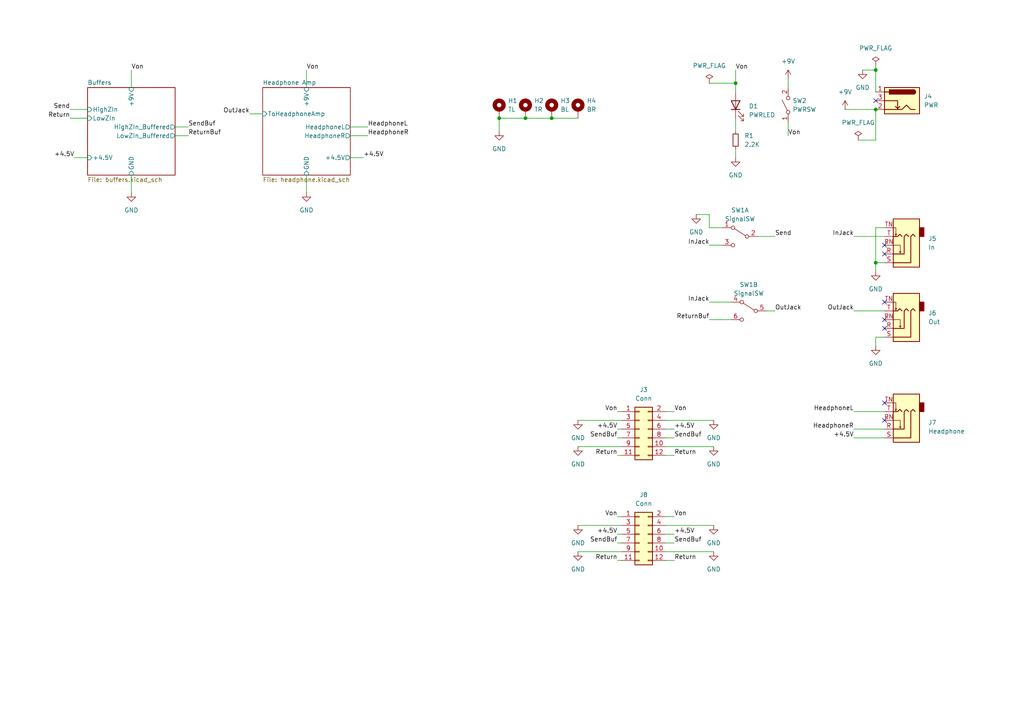
<source format=kicad_sch>
(kicad_sch (version 20211123) (generator eeschema)
  (paper "A4")
  (lib_symbols
    (symbol "Connector:AudioJack3_SwitchTR"
      (property "Reference" "J" (at 0 8.89 0))
      (property "Value" "AudioJack3_SwitchTR" (at 0 6.35 0))
      (symbol "AudioJack3_SwitchTR_0_1"
        (rectangle (start -5.08 -5.08) (end -6.35 -7.62) (stroke (width 0.254)) (fill (type outline)))
        (polyline (pts (xy 0.508 -0.254) (xy 0.762 -0.762)))
        (polyline (pts (xy 1.778 -5.334) (xy 2.032 -5.842)))
        (polyline (pts (xy 0 -5.08) (xy 0.635 -5.715) (xy 1.27 -5.08) (xy 2.54 -5.08)) (stroke (width 0.254)))
        (polyline (pts (xy 2.54 -7.62) (xy 1.778 -7.62) (xy 1.778 -5.334) (xy 1.524 -5.842)))
        (polyline (pts (xy 2.54 -2.54) (xy 0.508 -2.54) (xy 0.508 -0.254) (xy 0.254 -0.762)))
        (polyline (pts (xy -1.905 -5.08) (xy -1.27 -5.715) (xy -0.635 -5.08) (xy -0.635 0) (xy 2.54 0)) (stroke (width 0.254)))
        (polyline (pts (xy 2.54 2.54) (xy -2.54 2.54) (xy -2.54 -5.08) (xy -3.175 -5.715) (xy -3.81 -5.08)) (stroke (width 0.254)))
        (rectangle (start 2.54 3.81) (end -5.08 -10.16) (stroke (width 0.254)) (fill (type background)))
      )
      (symbol "AudioJack3_SwitchTR_1_1"
        (pin passive line (at 5.08 0 180) (length 2.54) (name "~") (number "R"))
        (pin passive line (at 5.08 -2.54 180) (length 2.54) (name "~") (number "RN"))
        (pin passive line (at 5.08 2.54 180) (length 2.54) (name "~") (number "S"))
        (pin passive line (at 5.08 -5.08 180) (length 2.54) (name "~") (number "T"))
        (pin passive line (at 5.08 -7.62 180) (length 2.54) (name "~") (number "TN"))
      )
    )
    (symbol "Connector:Barrel_Jack_Switch" (pin_names hide)
      (property "Reference" "J" (at 0 5.334 0))
      (property "Value" "Barrel_Jack_Switch" (at 0 -5.08 0))
      (symbol "Barrel_Jack_Switch_0_1"
        (rectangle (start -5.08 3.81) (end 5.08 -3.81) (stroke (width 0.254)) (fill (type background)))
        (arc (start -3.302 3.175) (mid -3.937 2.54) (end -3.302 1.905) (stroke (width 0.254)))
        (arc (start -3.302 3.175) (mid -3.937 2.54) (end -3.302 1.905) (stroke (width 0.254)) (fill (type outline)))
        (polyline (pts (xy 1.27 -2.286) (xy 1.905 -1.651)) (stroke (width 0.254)))
        (polyline (pts (xy 5.08 2.54) (xy 3.81 2.54)) (stroke (width 0.254)))
        (polyline (pts (xy 5.08 0) (xy 1.27 0) (xy 1.27 -2.286) (xy 0.635 -1.651)) (stroke (width 0.254)))
        (polyline (pts (xy -3.81 -2.54) (xy -2.54 -2.54) (xy -1.27 -1.27) (xy 0 -2.54) (xy 2.54 -2.54) (xy 5.08 -2.54)) (stroke (width 0.254)))
        (rectangle (start 3.683 3.175) (end -3.302 1.905) (stroke (width 0.254)) (fill (type outline)))
      )
      (symbol "Barrel_Jack_Switch_1_1"
        (pin passive line (at 7.62 2.54 180) (length 2.54) (name "~") (number "1"))
        (pin passive line (at 7.62 -2.54 180) (length 2.54) (name "~") (number "2"))
        (pin passive line (at 7.62 0 180) (length 2.54) (name "~") (number "3"))
      )
    )
    (symbol "Connector_Generic:Conn_02x06_Odd_Even" (pin_names (offset 1.016) hide)
      (property "Reference" "J" (at 1.27 7.62 0))
      (property "Value" "Conn_02x06_Odd_Even" (at 1.27 -10.16 0))
      (symbol "Conn_02x06_Odd_Even_1_1"
        (rectangle (start -1.27 -7.493) (end 0 -7.747) (stroke (width 0.1524)))
        (rectangle (start -1.27 -4.953) (end 0 -5.207) (stroke (width 0.1524)))
        (rectangle (start -1.27 -2.413) (end 0 -2.667) (stroke (width 0.1524)))
        (rectangle (start -1.27 0.127) (end 0 -0.127) (stroke (width 0.1524)))
        (rectangle (start -1.27 2.667) (end 0 2.413) (stroke (width 0.1524)))
        (rectangle (start -1.27 5.207) (end 0 4.953) (stroke (width 0.1524)))
        (rectangle (start -1.27 6.35) (end 3.81 -8.89) (stroke (width 0.254)) (fill (type background)))
        (rectangle (start 3.81 -7.493) (end 2.54 -7.747) (stroke (width 0.1524)))
        (rectangle (start 3.81 -4.953) (end 2.54 -5.207) (stroke (width 0.1524)))
        (rectangle (start 3.81 -2.413) (end 2.54 -2.667) (stroke (width 0.1524)))
        (rectangle (start 3.81 0.127) (end 2.54 -0.127) (stroke (width 0.1524)))
        (rectangle (start 3.81 2.667) (end 2.54 2.413) (stroke (width 0.1524)))
        (rectangle (start 3.81 5.207) (end 2.54 4.953) (stroke (width 0.1524)))
        (pin passive line (at -5.08 5.08 0) (length 3.81) (name "Pin_1") (number "1"))
        (pin passive line (at 7.62 -5.08 180) (length 3.81) (name "Pin_10") (number "10"))
        (pin passive line (at -5.08 -7.62 0) (length 3.81) (name "Pin_11") (number "11"))
        (pin passive line (at 7.62 -7.62 180) (length 3.81) (name "Pin_12") (number "12"))
        (pin passive line (at 7.62 5.08 180) (length 3.81) (name "Pin_2") (number "2"))
        (pin passive line (at -5.08 2.54 0) (length 3.81) (name "Pin_3") (number "3"))
        (pin passive line (at 7.62 2.54 180) (length 3.81) (name "Pin_4") (number "4"))
        (pin passive line (at -5.08 0 0) (length 3.81) (name "Pin_5") (number "5"))
        (pin passive line (at 7.62 0 180) (length 3.81) (name "Pin_6") (number "6"))
        (pin passive line (at -5.08 -2.54 0) (length 3.81) (name "Pin_7") (number "7"))
        (pin passive line (at 7.62 -2.54 180) (length 3.81) (name "Pin_8") (number "8"))
        (pin passive line (at -5.08 -5.08 0) (length 3.81) (name "Pin_9") (number "9"))
      )
    )
    (symbol "Device:LED" (pin_numbers hide) (pin_names (offset 1.016) hide)
      (property "Reference" "D" (at 0 2.54 0))
      (property "Value" "LED" (at 0 -2.54 0))
      (symbol "LED_0_1"
        (polyline (pts (xy -1.27 -1.27) (xy -1.27 1.27)) (stroke (width 0.254)))
        (polyline (pts (xy -1.27 0) (xy 1.27 0)))
        (polyline (pts (xy 1.27 -1.27) (xy 1.27 1.27) (xy -1.27 0) (xy 1.27 -1.27)) (stroke (width 0.254)))
        (polyline (pts (xy -3.048 -0.762) (xy -4.572 -2.286) (xy -3.81 -2.286) (xy -4.572 -2.286) (xy -4.572 -1.524)))
        (polyline (pts (xy -1.778 -0.762) (xy -3.302 -2.286) (xy -2.54 -2.286) (xy -3.302 -2.286) (xy -3.302 -1.524)))
      )
      (symbol "LED_1_1"
        (pin passive line (at -3.81 0 0) (length 2.54) (name "K") (number "1"))
        (pin passive line (at 3.81 0 180) (length 2.54) (name "A") (number "2"))
      )
    )
    (symbol "Device:R_Small" (pin_numbers hide) (pin_names (offset 0.254) hide)
      (property "Reference" "R" (at 0.762 0.508 0))
      (property "Value" "R_Small" (at 0.762 -1.016 0))
      (symbol "R_Small_0_1"
        (rectangle (start -0.762 1.778) (end 0.762 -1.778) (stroke (width 0.2032)))
      )
      (symbol "R_Small_1_1"
        (pin passive line (at 0 2.54 270) (length 0.762) (name "~") (number "1"))
        (pin passive line (at 0 -2.54 90) (length 0.762) (name "~") (number "2"))
      )
    )
    (symbol "Mechanical:MountingHole_Pad" (pin_numbers hide) (pin_names (offset 1.016) hide)
      (property "Reference" "H" (at 0 6.35 0))
      (property "Value" "MountingHole_Pad" (at 0 4.445 0))
      (symbol "MountingHole_Pad_0_1"
        (circle (center 0 1.27) (radius 1.27) (stroke (width 1.27)))
      )
      (symbol "MountingHole_Pad_1_1"
        (pin input line (at 0 -2.54 90) (length 2.54) (name "1") (number "1"))
      )
    )
    (symbol "Switch:SW_DPDT_x2" (pin_names (offset 0) hide)
      (property "Reference" "SW" (at 0 4.318 0))
      (property "Value" "SW_DPDT_x2" (at 0 -5.08 0))
      (symbol "SW_DPDT_x2_0_0"
        (circle (center -2.032 0) (radius 0.508))
        (circle (center 2.032 -2.54) (radius 0.508))
      )
      (symbol "SW_DPDT_x2_0_1"
        (polyline (pts (xy -1.524 0.254) (xy 1.651 2.286)))
        (circle (center 2.032 2.54) (radius 0.508))
      )
      (symbol "SW_DPDT_x2_1_1"
        (pin passive line (at 5.08 2.54 180) (length 2.54) (name "A") (number "1"))
        (pin passive line (at -5.08 0 0) (length 2.54) (name "B") (number "2"))
        (pin passive line (at 5.08 -2.54 180) (length 2.54) (name "C") (number "3"))
      )
      (symbol "SW_DPDT_x2_2_1"
        (pin passive line (at 5.08 2.54 180) (length 2.54) (name "A") (number "4"))
        (pin passive line (at -5.08 0 0) (length 2.54) (name "B") (number "5"))
        (pin passive line (at 5.08 -2.54 180) (length 2.54) (name "C") (number "6"))
      )
    )
    (symbol "Switch:SW_SPST" (pin_names (offset 0) hide)
      (property "Reference" "SW" (at 0 3.175 0))
      (property "Value" "SW_SPST" (at 0 -2.54 0))
      (symbol "SW_SPST_0_0"
        (circle (center -2.032 0) (radius 0.508))
        (polyline (pts (xy -1.524 0.254) (xy 1.524 1.778)))
        (circle (center 2.032 0) (radius 0.508))
      )
      (symbol "SW_SPST_1_1"
        (pin passive line (at -5.08 0 0) (length 2.54) (name "A") (number "1"))
        (pin passive line (at 5.08 0 180) (length 2.54) (name "B") (number "2"))
      )
    )
    (symbol "power:+9V" (power) (pin_names (offset 0))
      (property "Value" "+9V" (at 0 3.556 0))
      (symbol "+9V_0_1"
        (polyline (pts (xy -0.762 1.27) (xy 0 2.54)))
        (polyline (pts (xy 0 0) (xy 0 2.54)))
        (polyline (pts (xy 0 2.54) (xy 0.762 1.27)))
      )
      (symbol "+9V_1_1"
        (pin power_in line (at 0 0 90) (length 0) hide (name "+9V") (number "1"))
      )
    )
    (symbol "power:GND" (power) (pin_names (offset 0))
      (property "Value" "GND" (at 0 -3.81 0))
      (symbol "GND_0_1"
        (polyline (pts (xy 0 0) (xy 0 -1.27) (xy 1.27 -1.27) (xy 0 -2.54) (xy -1.27 -1.27) (xy 0 -1.27)))
      )
      (symbol "GND_1_1"
        (pin power_in line (at 0 0 270) (length 0) hide (name "GND") (number "1"))
      )
    )
    (symbol "power:PWR_FLAG" (power) (pin_numbers hide) (pin_names (offset 0) hide)
      (property "Value" "PWR_FLAG" (at 0 3.81 0))
      (symbol "PWR_FLAG_0_0"
        (pin power_out line (at 0 0 90) (length 0) (name "pwr") (number "1"))
      )
      (symbol "PWR_FLAG_0_1"
        (polyline (pts (xy 0 0) (xy 0 1.27) (xy -1.016 1.905) (xy 0 2.54) (xy 1.016 1.905) (xy 0 1.27)))
      )
    )
  )
  (junction (at 152.4 34.29))
  (junction (at 254 76.2))
  (junction (at 160.02 34.29))
  (junction (at 254 31.75))
  (junction (at 144.78 34.29))
  (junction (at 213.36 24.13))
  (junction (at 254 20.32))
  (no_connect (at 256.54 92.71))
  (no_connect (at 256.54 71.12))
  (no_connect (at 256.54 73.66))
  (no_connect (at 256.54 121.92))
  (no_connect (at 254 29.21))
  (no_connect (at 256.54 87.63))
  (no_connect (at 256.54 116.84))
  (no_connect (at 256.54 95.25))
  (wire (pts (xy 144.78 34.29) (xy 144.78 38.1)))
  (wire (pts (xy 179.07 149.86) (xy 180.34 149.86)))
  (wire (pts (xy 213.36 20.32) (xy 213.36 24.13)))
  (wire (pts (xy 205.74 24.13) (xy 213.36 24.13)))
  (wire (pts (xy 167.64 152.4) (xy 180.34 152.4)))
  (wire (pts (xy 167.64 160.02) (xy 180.34 160.02)))
  (wire (pts (xy 205.74 62.23) (xy 205.74 66.04)))
  (wire (pts (xy 254 19.05) (xy 254 20.32)))
  (wire (pts (xy 38.1 50.8) (xy 38.1 55.88)))
  (wire (pts (xy 20.32 31.75) (xy 25.4 31.75)))
  (wire (pts (xy 193.04 124.46) (xy 195.58 124.46)))
  (wire (pts (xy 254 76.2) (xy 254 78.74)))
  (wire (pts (xy 72.39 33.02) (xy 76.2 33.02)))
  (wire (pts (xy 179.07 127) (xy 180.34 127)))
  (wire (pts (xy 256.54 76.2) (xy 254 76.2)))
  (wire (pts (xy 179.07 162.56) (xy 180.34 162.56)))
  (wire (pts (xy 254 20.32) (xy 254 26.67)))
  (wire (pts (xy 193.04 154.94) (xy 195.58 154.94)))
  (wire (pts (xy 247.65 119.38) (xy 256.54 119.38)))
  (wire (pts (xy 179.07 132.08) (xy 180.34 132.08)))
  (wire (pts (xy 21.59 45.72) (xy 25.4 45.72)))
  (wire (pts (xy 254 97.79) (xy 254 100.33)))
  (wire (pts (xy 213.36 43.18) (xy 213.36 45.72)))
  (wire (pts (xy 193.04 129.54) (xy 207.01 129.54)))
  (wire (pts (xy 228.6 22.86) (xy 228.6 25.4)))
  (wire (pts (xy 179.07 124.46) (xy 180.34 124.46)))
  (wire (pts (xy 193.04 119.38) (xy 195.58 119.38)))
  (wire (pts (xy 101.6 36.83) (xy 106.68 36.83)))
  (wire (pts (xy 193.04 121.92) (xy 207.01 121.92)))
  (wire (pts (xy 179.07 119.38) (xy 180.34 119.38)))
  (wire (pts (xy 193.04 132.08) (xy 195.58 132.08)))
  (wire (pts (xy 247.65 124.46) (xy 256.54 124.46)))
  (wire (pts (xy 205.74 71.12) (xy 209.55 71.12)))
  (wire (pts (xy 20.32 34.29) (xy 25.4 34.29)))
  (wire (pts (xy 254 40.64) (xy 248.92 40.64)))
  (wire (pts (xy 205.74 87.63) (xy 212.09 87.63)))
  (wire (pts (xy 201.93 62.23) (xy 205.74 62.23)))
  (wire (pts (xy 247.65 68.58) (xy 256.54 68.58)))
  (wire (pts (xy 219.71 68.58) (xy 224.79 68.58)))
  (wire (pts (xy 193.04 162.56) (xy 195.58 162.56)))
  (wire (pts (xy 88.9 50.8) (xy 88.9 55.88)))
  (wire (pts (xy 193.04 160.02) (xy 207.01 160.02)))
  (wire (pts (xy 205.74 92.71) (xy 212.09 92.71)))
  (wire (pts (xy 50.8 39.37) (xy 54.61 39.37)))
  (wire (pts (xy 50.8 36.83) (xy 54.61 36.83)))
  (wire (pts (xy 205.74 66.04) (xy 209.55 66.04)))
  (wire (pts (xy 228.6 35.56) (xy 228.6 39.37)))
  (wire (pts (xy 101.6 45.72) (xy 105.41 45.72)))
  (wire (pts (xy 256.54 66.04) (xy 254 66.04)))
  (wire (pts (xy 167.64 121.92) (xy 180.34 121.92)))
  (wire (pts (xy 179.07 157.48) (xy 180.34 157.48)))
  (wire (pts (xy 152.4 34.29) (xy 160.02 34.29)))
  (wire (pts (xy 193.04 157.48) (xy 195.58 157.48)))
  (wire (pts (xy 88.9 20.32) (xy 88.9 25.4)))
  (wire (pts (xy 213.36 24.13) (xy 213.36 26.67)))
  (wire (pts (xy 193.04 152.4) (xy 207.01 152.4)))
  (wire (pts (xy 250.19 20.32) (xy 254 20.32)))
  (wire (pts (xy 167.64 129.54) (xy 180.34 129.54)))
  (wire (pts (xy 213.36 34.29) (xy 213.36 38.1)))
  (wire (pts (xy 160.02 34.29) (xy 167.64 34.29)))
  (wire (pts (xy 222.25 90.17) (xy 224.79 90.17)))
  (wire (pts (xy 247.65 127) (xy 256.54 127)))
  (wire (pts (xy 144.78 34.29) (xy 152.4 34.29)))
  (wire (pts (xy 101.6 39.37) (xy 106.68 39.37)))
  (wire (pts (xy 247.65 90.17) (xy 256.54 90.17)))
  (wire (pts (xy 193.04 127) (xy 195.58 127)))
  (wire (pts (xy 254 66.04) (xy 254 76.2)))
  (wire (pts (xy 245.11 31.75) (xy 254 31.75)))
  (wire (pts (xy 256.54 97.79) (xy 254 97.79)))
  (wire (pts (xy 254 31.75) (xy 254 40.64)))
  (wire (pts (xy 38.1 20.32) (xy 38.1 25.4)))
  (wire (pts (xy 193.04 149.86) (xy 195.58 149.86)))
  (wire (pts (xy 179.07 154.94) (xy 180.34 154.94)))
  (label "HeadphoneL" (at 106.68 36.83 0))
  (label "Send" (at 20.32 31.75 180))
  (label "HeadphoneL" (at 247.65 119.38 180))
  (label "InJack" (at 247.65 68.58 180))
  (label "Return" (at 179.07 162.56 180))
  (label "OutJack" (at 247.65 90.17 180))
  (label "InJack" (at 205.74 87.63 180))
  (label "+4.5V" (at 195.58 154.94 0))
  (label "HeadphoneR" (at 247.65 124.46 180))
  (label "+4.5V" (at 21.59 45.72 180))
  (label "Return" (at 195.58 132.08 0))
  (label "ReturnBuf" (at 205.74 92.71 180))
  (label "SendBuf" (at 54.61 36.83 0))
  (label "+4.5V" (at 179.07 154.94 180))
  (label "Von" (at 88.9 20.32 0))
  (label "Return" (at 179.07 132.08 180))
  (label "Von" (at 179.07 149.86 180))
  (label "Von" (at 195.58 119.38 0))
  (label "Von" (at 195.58 149.86 0))
  (label "+4.5V" (at 195.58 124.46 0))
  (label "Send" (at 224.79 68.58 0))
  (label "OutJack" (at 72.39 33.02 180))
  (label "InJack" (at 205.74 71.12 180))
  (label "Von" (at 38.1 20.32 0))
  (label "+4.5V" (at 247.65 127 180))
  (label "Von" (at 213.36 20.32 0))
  (label "Return" (at 20.32 34.29 180))
  (label "+4.5V" (at 105.41 45.72 0))
  (label "OutJack" (at 224.79 90.17 0))
  (label "SendBuf" (at 179.07 157.48 180))
  (label "Von" (at 228.6 39.37 0))
  (label "ReturnBuf" (at 54.61 39.37 0))
  (label "SendBuf" (at 195.58 157.48 0))
  (label "SendBuf" (at 195.58 127 0))
  (label "HeadphoneR" (at 106.68 39.37 0))
  (label "Return" (at 195.58 162.56 0))
  (label "Von" (at 179.07 119.38 180))
  (label "+4.5V" (at 179.07 124.46 180))
  (label "SendBuf" (at 179.07 127 180))
  (symbol (lib_id "Mechanical:MountingHole_Pad") (at 167.64 31.75 0) (unit 1)
    (property "Reference" "H4" (at 170.18 29.2099 0) (effects (justify left)))
    (property "Value" "BR" (at 170.18 31.7499 0) (effects (justify left)))
    (property "Footprint" "MountingHole:MountingHole_3.2mm_M3_Pad_Via" (effects hide))
  )
  (symbol (lib_id "Mechanical:MountingHole_Pad") (at 152.4 31.75 0) (unit 1)
    (property "Reference" "H2" (at 154.94 29.2099 0) (effects (justify left)))
    (property "Value" "TR" (at 154.94 31.7499 0) (effects (justify left)))
    (property "Footprint" "MountingHole:MountingHole_3.2mm_M3_Pad_Via" (effects hide))
  )
  (symbol (lib_id "power:GND") (at 201.93 62.23 0) (unit 1)
    (property "Reference" "#PWR0105" (effects hide))
    (property "Value" "GND" (at 201.93 67.31 0))
  )
  (symbol (lib_id "Switch:SW_DPDT_x2") (at 214.63 68.58 0) (mirror y) (unit 1)
    (property "Reference" "SW1" (at 214.63 60.96 0))
    (property "Value" "SignalSW" (at 214.63 63.5 0))
    (property "Footprint" "switches:DPDT.LUGS" (effects hide))
  )
  (symbol (lib_id "Switch:SW_DPDT_x2") (at 217.17 90.17 0) (mirror y) (unit 2)
    (property "Reference" "SW1" (at 217.17 82.55 0))
    (property "Value" "SignalSW" (at 217.17 85.09 0))
    (property "Footprint" "switches:DPDT.LUGS" (effects hide))
  )
  (symbol (lib_id "Device:R_Small") (at 213.36 40.64 0) (unit 1)
    (property "Reference" "R1" (at 215.9 39.3699 0) (effects (justify left)))
    (property "Value" "2.2K" (at 215.9 41.9099 0) (effects (justify left)))
    (property "Footprint" "Resistor_SMD:R_0603_1608Metric_Pad0.98x0.95mm_HandSolder" (effects hide))
  )
  (symbol (lib_id "power:GND") (at 167.64 129.54 0) (unit 1)
    (property "Reference" "#PWR04" (effects hide))
    (property "Value" "GND" (at 167.64 134.62 0))
  )
  (symbol (lib_id "Connector:AudioJack3_SwitchTR") (at 261.62 95.25 180) (unit 1)
    (property "Reference" "J6" (at 269.24 90.8049 0) (effects (justify right)))
    (property "Value" "Out" (at 269.24 93.3449 0) (effects (justify right)))
    (property "Footprint" "tayda-6mm35-jack-pcb-compact:tayda-6mm35-jack-pcb-compact" (effects hide))
  )
  (symbol (lib_id "power:GND") (at 207.01 129.54 0) (unit 1)
    (property "Reference" "#PWR07" (effects hide))
    (property "Value" "GND" (at 207.01 134.62 0))
  )
  (symbol (lib_id "power:GND") (at 167.64 152.4 0) (unit 1)
    (property "Reference" "#PWR0102" (effects hide))
    (property "Value" "GND" (at 167.64 157.48 0))
  )
  (symbol (lib_id "power:GND") (at 144.78 38.1 0) (unit 1)
    (property "Reference" "#PWR0106" (effects hide))
    (property "Value" "GND" (at 144.78 43.18 0))
  )
  (symbol (lib_id "Switch:SW_SPST") (at 228.6 30.48 90) (unit 1)
    (property "Reference" "SW2" (at 229.87 29.2099 90) (effects (justify right)))
    (property "Value" "PWRSW" (at 229.87 31.7499 90) (effects (justify right)))
    (property "Footprint" "switches:SPDT.LUGS" (effects hide))
  )
  (symbol (lib_id "Connector_Generic:Conn_02x06_Odd_Even") (at 185.42 124.46 0) (unit 1)
    (property "Reference" "J3" (at 186.69 113.03 0))
    (property "Value" "Conn" (at 186.69 115.57 0))
    (property "Footprint" "Connector_PinHeader_2.54mm:PinHeader_2x06_P2.54mm_Vertical" (effects hide))
  )
  (symbol (lib_id "power:+9V") (at 228.6 22.86 0) (unit 1)
    (property "Reference" "#PWR09" (effects hide))
    (property "Value" "+9V" (at 228.6 17.78 0))
  )
  (symbol (lib_id "power:GND") (at 167.64 160.02 0) (unit 1)
    (property "Reference" "#PWR0101" (effects hide))
    (property "Value" "GND" (at 167.64 165.1 0))
  )
  (symbol (lib_id "Connector:AudioJack3_SwitchTR") (at 261.62 124.46 180) (unit 1)
    (property "Reference" "J7" (at 269.24 122.5549 0) (effects (justify right)))
    (property "Value" "Headphone" (at 269.24 125.0949 0) (effects (justify right)))
    (property "Footprint" "Connector_Audio:Jack_3.5mm_CUI_SJ1-3525N_Horizontal" (effects hide))
  )
  (symbol (lib_id "power:GND") (at 207.01 121.92 0) (unit 1)
    (property "Reference" "#PWR06" (effects hide))
    (property "Value" "GND" (at 207.01 127 0))
  )
  (symbol (lib_id "power:GND") (at 213.36 45.72 0) (unit 1)
    (property "Reference" "#PWR08" (effects hide))
    (property "Value" "GND" (at 213.36 50.8 0))
  )
  (symbol (lib_id "power:GND") (at 88.9 55.88 0) (unit 1)
    (property "Reference" "#PWR02" (effects hide))
    (property "Value" "GND" (at 88.9 60.96 0))
  )
  (symbol (lib_id "power:GND") (at 167.64 121.92 0) (unit 1)
    (property "Reference" "#PWR03" (effects hide))
    (property "Value" "GND" (at 167.64 127 0))
  )
  (symbol (lib_id "power:GND") (at 250.19 20.32 0) (unit 1)
    (property "Reference" "#PWR011" (effects hide))
    (property "Value" "GND" (at 250.19 25.4 0))
  )
  (symbol (lib_id "power:PWR_FLAG") (at 248.92 40.64 0) (unit 1)
    (property "Reference" "#FLG0103" (effects hide))
    (property "Value" "PWR_FLAG" (at 248.92 35.56 0))
  )
  (symbol (lib_id "power:GND") (at 254 78.74 0) (unit 1)
    (property "Reference" "#PWR012" (effects hide))
    (property "Value" "GND" (at 254 83.82 0))
  )
  (symbol (lib_id "Connector_Generic:Conn_02x06_Odd_Even") (at 185.42 154.94 0) (unit 1)
    (property "Reference" "J8" (at 186.69 143.51 0))
    (property "Value" "Conn" (at 186.69 146.05 0))
    (property "Footprint" "Connector_PinHeader_2.54mm:PinHeader_2x06_P2.54mm_Vertical" (effects hide))
  )
  (symbol (lib_id "power:+9V") (at 245.11 31.75 0) (unit 1)
    (property "Reference" "#PWR010" (effects hide))
    (property "Value" "+9V" (at 245.11 26.67 0))
  )
  (symbol (lib_id "power:PWR_FLAG") (at 205.74 24.13 0) (unit 1)
    (property "Reference" "#FLG0101" (effects hide))
    (property "Value" "PWR_FLAG" (at 205.74 19.05 0))
  )
  (symbol (lib_id "Connector:AudioJack3_SwitchTR") (at 261.62 73.66 180) (unit 1)
    (property "Reference" "J5" (at 269.24 69.2149 0) (effects (justify right)))
    (property "Value" "In" (at 269.24 71.7549 0) (effects (justify right)))
    (property "Footprint" "tayda-6mm35-jack-pcb-compact:tayda-6mm35-jack-pcb-compact" (effects hide))
  )
  (symbol (lib_id "Mechanical:MountingHole_Pad") (at 144.78 31.75 0) (unit 1)
    (property "Reference" "H1" (at 147.32 29.2099 0) (effects (justify left)))
    (property "Value" "TL" (at 147.32 31.7499 0) (effects (justify left)))
    (property "Footprint" "MountingHole:MountingHole_3.2mm_M3_Pad_Via" (effects hide))
  )
  (symbol (lib_id "power:GND") (at 38.1 55.88 0) (unit 1)
    (property "Reference" "#PWR01" (effects hide))
    (property "Value" "GND" (at 38.1 60.96 0))
  )
  (symbol (lib_id "power:GND") (at 207.01 152.4 0) (unit 1)
    (property "Reference" "#PWR0104" (effects hide))
    (property "Value" "GND" (at 207.01 157.48 0))
  )
  (symbol (lib_id "power:PWR_FLAG") (at 254 19.05 0) (unit 1)
    (property "Reference" "#FLG0102" (effects hide))
    (property "Value" "PWR_FLAG" (at 254 13.97 0))
  )
  (symbol (lib_id "power:GND") (at 207.01 160.02 0) (unit 1)
    (property "Reference" "#PWR0103" (effects hide))
    (property "Value" "GND" (at 207.01 165.1 0))
  )
  (symbol (lib_id "Mechanical:MountingHole_Pad") (at 160.02 31.75 0) (unit 1)
    (property "Reference" "H3" (at 162.56 29.2099 0) (effects (justify left)))
    (property "Value" "BL" (at 162.56 31.7499 0) (effects (justify left)))
    (property "Footprint" "MountingHole:MountingHole_3.2mm_M3_Pad_Via" (effects hide))
  )
  (symbol (lib_id "power:GND") (at 254 100.33 0) (unit 1)
    (property "Reference" "#PWR013" (effects hide))
    (property "Value" "GND" (at 254 105.41 0))
  )
  (symbol (lib_id "Connector:Barrel_Jack_Switch") (at 261.62 29.21 0) (mirror y) (unit 1)
    (property "Reference" "J4" (at 267.97 27.9399 0) (effects (justify right)))
    (property "Value" "PWR" (at 267.97 30.4799 0) (effects (justify right)))
    (property "Footprint" "Connector_BarrelJack:BarrelJack_GCT_DCJ200-10-A_Horizontal" (effects hide))
  )
  (symbol (lib_id "Device:LED") (at 213.36 30.48 90) (unit 1)
    (property "Reference" "D1" (at 217.17 30.7974 90) (effects (justify right)))
    (property "Value" "PWRLED" (at 217.17 33.3374 90) (effects (justify right)))
    (property "Footprint" "LED_SMD:LED_0805_2012Metric_Pad1.15x1.40mm_HandSolder" (effects hide))
    (property "Mouser" "710-150080RS75000" (effects hide))
  )
  (sheet (at 76.2 25.4) (size 25.4 25.4) (stroke (width 0.1524))
    (property "Sheet name" "Headphone Amp" (at 76.2 24.6884 0) (effects (justify left bottom)))
    (property "Sheet file" "headphone.kicad_sch" (at 76.2 51.3846 0) (effects (justify left top)))
    (pin "+4.5V" output (at 101.6 45.72 0))
    (pin "GND" input (at 88.9 50.8 270))
    (pin "+9V" input (at 88.9 25.4 90))
    (pin "HeadphoneL" output (at 101.6 36.83 0))
    (pin "HeadphoneR" output (at 101.6 39.37 0))
    (pin "ToHeadphoneAmp" input (at 76.2 33.02 180))
  )
  (sheet (at 25.4 25.4) (size 25.4 25.4) (stroke (width 0.1524))
    (property "Sheet name" "Buffers" (at 25.4 24.6884 0) (effects (justify left bottom)))
    (property "Sheet file" "buffers.kicad_sch" (at 25.4 51.3846 0) (effects (justify left top)))
    (pin "GND" input (at 38.1 50.8 270))
    (pin "+9V" input (at 38.1 25.4 90))
    (pin "+4.5V" input (at 25.4 45.72 180))
    (pin "LowZIn" input (at 25.4 34.29 180))
    (pin "HighZIn" input (at 25.4 31.75 180))
    (pin "HighZIn_Buffered" output (at 50.8 36.83 0))
    (pin "LowZIn_Buffered" output (at 50.8 39.37 0))
  )
)
</source>
